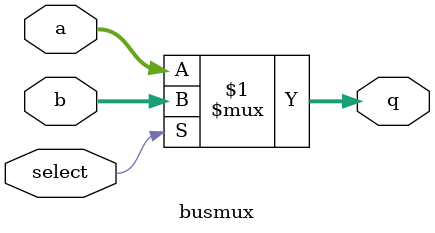
<source format=sv>

module busmux (
        // Inputs
	input logic [7:0] a,
	input logic [7:0] b,
	input logic select,

        // Outputs
	output logic [7:0] q
);
// -------------------------------

assign q = select ? b : a;

endmodule


</source>
